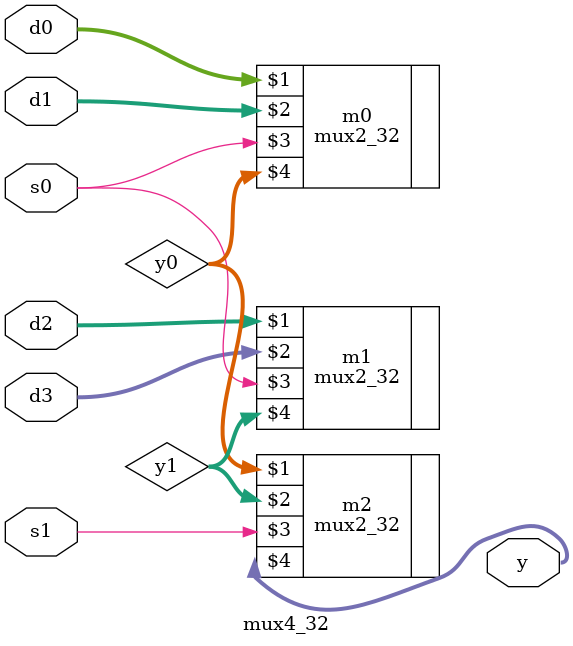
<source format=sv>
module mux4_32(input logic [31:0] d0, d1, d2, d3, input logic s0, s1, output tri [31:0] y);

logic [31:0] y0, y1;

mux2_32 m0(d0, d1, s0, y0);
mux2_32 m1(d2, d3, s0, y1);
mux2_32 m2(y0, y1, s1, y);

endmodule
</source>
